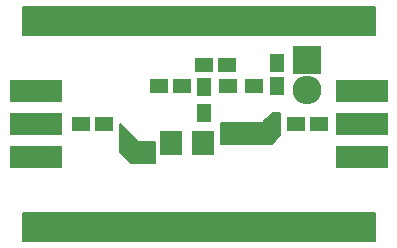
<source format=gts>
G04 #@! TF.FileFunction,Soldermask,Top*
%FSLAX46Y46*%
G04 Gerber Fmt 4.6, Leading zero omitted, Abs format (unit mm)*
G04 Created by KiCad (PCBNEW 4.0.7-e2-6376~58~ubuntu16.04.1) date Sat May 19 18:02:08 2018*
%MOMM*%
%LPD*%
G01*
G04 APERTURE LIST*
%ADD10C,0.100000*%
%ADD11R,4.464000X1.924000*%
%ADD12R,1.600000X1.150000*%
%ADD13R,2.432000X2.432000*%
%ADD14O,2.432000X2.432000*%
%ADD15R,1.300000X1.600000*%
%ADD16R,1.600000X1.300000*%
%ADD17R,1.900000X0.800000*%
%ADD18R,1.150000X1.600000*%
%ADD19C,0.200000*%
G04 APERTURE END LIST*
D10*
D11*
X2200000Y9000000D03*
X2200000Y11770000D03*
X2200000Y6230000D03*
X29800000Y9000000D03*
X29800000Y6230000D03*
X29800000Y11770000D03*
D12*
X7950000Y9000000D03*
X6050000Y9000000D03*
X26150000Y9000000D03*
X24250000Y9000000D03*
D13*
X25200000Y14400000D03*
D14*
X25200000Y11860000D03*
D12*
X16450000Y14000000D03*
X18350000Y14000000D03*
X14550000Y12200000D03*
X12650000Y12200000D03*
D15*
X16400000Y12100000D03*
X16400000Y9900000D03*
D16*
X20700000Y12200000D03*
X18500000Y12200000D03*
D17*
X13670000Y8050000D03*
X13670000Y7400000D03*
X13670000Y6750000D03*
X16330000Y6750000D03*
X16330000Y7400000D03*
X16330000Y8050000D03*
D18*
X22600000Y12250000D03*
X22600000Y14150000D03*
D19*
G36*
X22900000Y8041422D02*
X22158578Y7300000D01*
X17900000Y7300000D01*
X17900000Y9100000D01*
X21400000Y9100000D01*
X21438906Y9107879D01*
X21470711Y9129289D01*
X22241422Y9900000D01*
X22900000Y9900000D01*
X22900000Y8041422D01*
X22900000Y8041422D01*
G37*
X22900000Y8041422D02*
X22158578Y7300000D01*
X17900000Y7300000D01*
X17900000Y9100000D01*
X21400000Y9100000D01*
X21438906Y9107879D01*
X21470711Y9129289D01*
X22241422Y9900000D01*
X22900000Y9900000D01*
X22900000Y8041422D01*
G36*
X10729289Y7529289D02*
X10762371Y7507350D01*
X10800000Y7500000D01*
X12300000Y7500000D01*
X12300000Y5700000D01*
X10241422Y5700000D01*
X9300000Y6641422D01*
X9300000Y8958578D01*
X10729289Y7529289D01*
X10729289Y7529289D01*
G37*
X10729289Y7529289D02*
X10762371Y7507350D01*
X10800000Y7500000D01*
X12300000Y7500000D01*
X12300000Y5700000D01*
X10241422Y5700000D01*
X9300000Y6641422D01*
X9300000Y8958578D01*
X10729289Y7529289D01*
G36*
X30900000Y-900000D02*
X1100000Y-900000D01*
X1100000Y1500000D01*
X30900000Y1500000D01*
X30900000Y-900000D01*
X30900000Y-900000D01*
G37*
X30900000Y-900000D02*
X1100000Y-900000D01*
X1100000Y1500000D01*
X30900000Y1500000D01*
X30900000Y-900000D01*
G36*
X30900000Y16500000D02*
X1100000Y16500000D01*
X1100000Y18900000D01*
X30900000Y18900000D01*
X30900000Y16500000D01*
X30900000Y16500000D01*
G37*
X30900000Y16500000D02*
X1100000Y16500000D01*
X1100000Y18900000D01*
X30900000Y18900000D01*
X30900000Y16500000D01*
M02*

</source>
